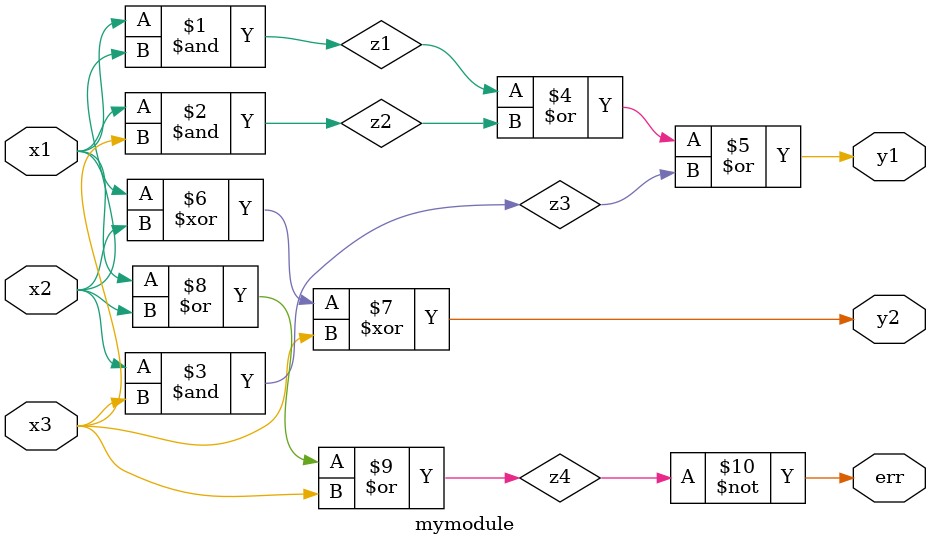
<source format=v>
module mymodule(y1,y2,err,x1,x2,x3);
	output y1,y2,err;
	input x1,x2,x3;
	wire z1,z2,z3,z4;
		and(z1,x1,x2);
		and(z2,x1,x3);
		and(z3,x2,x3);
		or(y1,z1,z2,z3);
		
		xor(y2,x1,x2,x3);

		or(z4,x1,x2,x3);
		not(err,z4);
endmodule
</source>
